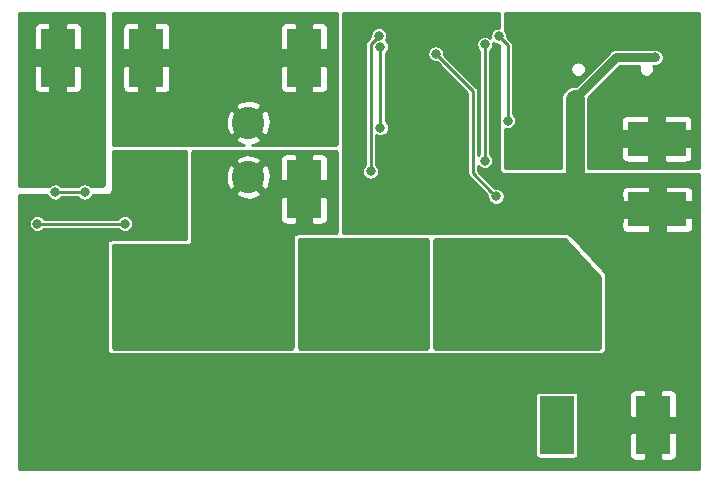
<source format=gbr>
G04 #@! TF.GenerationSoftware,KiCad,Pcbnew,(5.1.5)-3*
G04 #@! TF.CreationDate,2020-06-11T09:31:08-05:00*
G04 #@! TF.ProjectId,Li-ion 5A Boost 1A Charge Protect,4c692d69-6f6e-4203-9541-20426f6f7374,rev?*
G04 #@! TF.SameCoordinates,Original*
G04 #@! TF.FileFunction,Copper,L2,Bot*
G04 #@! TF.FilePolarity,Positive*
%FSLAX46Y46*%
G04 Gerber Fmt 4.6, Leading zero omitted, Abs format (unit mm)*
G04 Created by KiCad (PCBNEW (5.1.5)-3) date 2020-06-11 09:31:08*
%MOMM*%
%LPD*%
G04 APERTURE LIST*
%ADD10R,3.000000X5.000000*%
%ADD11R,5.000000X3.000000*%
%ADD12C,2.750000*%
%ADD13C,1.000000*%
%ADD14C,0.800000*%
%ADD15C,0.250000*%
%ADD16C,0.800000*%
%ADD17C,1.600000*%
%ADD18C,0.254000*%
G04 APERTURE END LIST*
D10*
X169900000Y-87105000D03*
X161750000Y-87105000D03*
X119500000Y-56000000D03*
X140350000Y-56000000D03*
X140350000Y-67100000D03*
X127000000Y-56000000D03*
D11*
X170250000Y-68850000D03*
X170200000Y-62850000D03*
D12*
X135610000Y-61500000D03*
X135610000Y-66100000D03*
D13*
X121500000Y-60250000D03*
X121500000Y-64750000D03*
X117750000Y-64750000D03*
X117750000Y-60250000D03*
X133500000Y-56000000D03*
X166440000Y-53980000D03*
X159040000Y-53980000D03*
X160310000Y-63990000D03*
X166250000Y-59500000D03*
X166250000Y-65000000D03*
D14*
X145980000Y-65610000D03*
X146673897Y-54122449D03*
D13*
X118000000Y-89260000D03*
D14*
X131925000Y-88000000D03*
X138625000Y-83900000D03*
X148800000Y-84950000D03*
X146411000Y-88889000D03*
D13*
X167490000Y-73500000D03*
X172500000Y-73500000D03*
X172500000Y-81580000D03*
X167490000Y-81580000D03*
D14*
X155150002Y-53180000D03*
X153200000Y-65630000D03*
X147990000Y-65630000D03*
D13*
X122000000Y-73500000D03*
X118000000Y-73500000D03*
X118000000Y-79850000D03*
X122000000Y-79850000D03*
D14*
X170080000Y-55979999D03*
D13*
X118000000Y-84555000D03*
D14*
X151199999Y-59020000D03*
D13*
X163250000Y-59500000D03*
D14*
X151500000Y-55670000D03*
X156600000Y-67729999D03*
X156830000Y-54170000D03*
X157580000Y-61330000D03*
X155649998Y-64720000D03*
X155650000Y-54867411D03*
D13*
X126480000Y-79850000D03*
X126480000Y-73500000D03*
X136330000Y-73470000D03*
X138500000Y-79850000D03*
X141250000Y-73500000D03*
X148250000Y-73500000D03*
X141250000Y-79850000D03*
X148250000Y-79500000D03*
D14*
X152750000Y-76750000D03*
X152750000Y-74750000D03*
D13*
X163000000Y-79850000D03*
X163000000Y-73500000D03*
X158750000Y-73500000D03*
X158750000Y-79850000D03*
D14*
X146810000Y-55070000D03*
X146810002Y-61940000D03*
X121775000Y-67375000D03*
X119260000Y-67370000D03*
X117750000Y-70050000D03*
X125149996Y-70050000D03*
D15*
X145980000Y-65610000D02*
X145980000Y-54816346D01*
X145980000Y-54816346D02*
X146673897Y-54122449D01*
D16*
X163749999Y-59000001D02*
X163250000Y-59500000D01*
D17*
X163250000Y-60207106D02*
X163250000Y-59500000D01*
X163240000Y-66500000D02*
X163250000Y-66490000D01*
D16*
X170080000Y-55979999D02*
X166770001Y-55979999D01*
D17*
X163250000Y-66490000D02*
X163250000Y-60207106D01*
D16*
X166770001Y-55979999D02*
X163749999Y-59000001D01*
D15*
X151500000Y-55670000D02*
X154630000Y-58800000D01*
X156200001Y-67330000D02*
X156600000Y-67729999D01*
X154630000Y-65759999D02*
X156200001Y-67330000D01*
X154630000Y-58800000D02*
X154630000Y-65759999D01*
X157580000Y-54920000D02*
X157580000Y-61330000D01*
X156830000Y-54170000D02*
X157580000Y-54920000D01*
X155649998Y-54867413D02*
X155650000Y-54867411D01*
X155649998Y-64720000D02*
X155649998Y-54867413D01*
X146810000Y-61939998D02*
X146810002Y-61940000D01*
X146810000Y-55070000D02*
X146810000Y-61939998D01*
X121775000Y-67375000D02*
X119265000Y-67375000D01*
X119265000Y-67375000D02*
X119260000Y-67370000D01*
X117780000Y-70080000D02*
X117750000Y-70050000D01*
X125149996Y-70050000D02*
X125119996Y-70080000D01*
X125119996Y-70080000D02*
X117780000Y-70080000D01*
D18*
G36*
X173822999Y-65373000D02*
G01*
X164377000Y-65373000D01*
X164377000Y-64350000D01*
X167170450Y-64350000D01*
X167180625Y-64453310D01*
X167210760Y-64552650D01*
X167259695Y-64644202D01*
X167325552Y-64724448D01*
X167405798Y-64790305D01*
X167497350Y-64839240D01*
X167596690Y-64869375D01*
X167700000Y-64879550D01*
X169445250Y-64877000D01*
X169577000Y-64745250D01*
X169577000Y-63473000D01*
X170823000Y-63473000D01*
X170823000Y-64745250D01*
X170954750Y-64877000D01*
X172700000Y-64879550D01*
X172803310Y-64869375D01*
X172902650Y-64839240D01*
X172994202Y-64790305D01*
X173074448Y-64724448D01*
X173140305Y-64644202D01*
X173189240Y-64552650D01*
X173219375Y-64453310D01*
X173229550Y-64350000D01*
X173227000Y-63604750D01*
X173095250Y-63473000D01*
X170823000Y-63473000D01*
X169577000Y-63473000D01*
X167304750Y-63473000D01*
X167173000Y-63604750D01*
X167170450Y-64350000D01*
X164377000Y-64350000D01*
X164377000Y-61350000D01*
X167170450Y-61350000D01*
X167173000Y-62095250D01*
X167304750Y-62227000D01*
X169577000Y-62227000D01*
X169577000Y-60954750D01*
X170823000Y-60954750D01*
X170823000Y-62227000D01*
X173095250Y-62227000D01*
X173227000Y-62095250D01*
X173229550Y-61350000D01*
X173219375Y-61246690D01*
X173189240Y-61147350D01*
X173140305Y-61055798D01*
X173074448Y-60975552D01*
X172994202Y-60909695D01*
X172902650Y-60860760D01*
X172803310Y-60830625D01*
X172700000Y-60820450D01*
X170954750Y-60823000D01*
X170823000Y-60954750D01*
X169577000Y-60954750D01*
X169445250Y-60823000D01*
X167700000Y-60820450D01*
X167596690Y-60830625D01*
X167497350Y-60860760D01*
X167405798Y-60909695D01*
X167325552Y-60975552D01*
X167259695Y-61055798D01*
X167210760Y-61147350D01*
X167180625Y-61246690D01*
X167170450Y-61350000D01*
X164377000Y-61350000D01*
X164377000Y-59444636D01*
X164373099Y-59405033D01*
X167071135Y-56706999D01*
X168733219Y-56706999D01*
X168703056Y-56779819D01*
X168678000Y-56905784D01*
X168678000Y-57034216D01*
X168703056Y-57160181D01*
X168752205Y-57278838D01*
X168823558Y-57385626D01*
X168914374Y-57476442D01*
X169021162Y-57547795D01*
X169139819Y-57596944D01*
X169265784Y-57622000D01*
X169394216Y-57622000D01*
X169520181Y-57596944D01*
X169638838Y-57547795D01*
X169745626Y-57476442D01*
X169836442Y-57385626D01*
X169907795Y-57278838D01*
X169956944Y-57160181D01*
X169982000Y-57034216D01*
X169982000Y-56905784D01*
X169956944Y-56779819D01*
X169926781Y-56706999D01*
X170151603Y-56706999D01*
X170186810Y-56699996D01*
X170222517Y-56696479D01*
X170256851Y-56686064D01*
X170292058Y-56679061D01*
X170325220Y-56665325D01*
X170359557Y-56654909D01*
X170391203Y-56637994D01*
X170424364Y-56624258D01*
X170454210Y-56604316D01*
X170485853Y-56587402D01*
X170513588Y-56564641D01*
X170543436Y-56544697D01*
X170568817Y-56519316D01*
X170596554Y-56496553D01*
X170619317Y-56468816D01*
X170644698Y-56443435D01*
X170664642Y-56413587D01*
X170687403Y-56385852D01*
X170704317Y-56354209D01*
X170724259Y-56324363D01*
X170737995Y-56291202D01*
X170754910Y-56259556D01*
X170765326Y-56225219D01*
X170779062Y-56192057D01*
X170786065Y-56156850D01*
X170796480Y-56122516D01*
X170799997Y-56086809D01*
X170807000Y-56051602D01*
X170807000Y-56015707D01*
X170810517Y-55979999D01*
X170807000Y-55944291D01*
X170807000Y-55908396D01*
X170799997Y-55873189D01*
X170796480Y-55837482D01*
X170786065Y-55803148D01*
X170779062Y-55767941D01*
X170765326Y-55734779D01*
X170754910Y-55700442D01*
X170737995Y-55668796D01*
X170724259Y-55635635D01*
X170704317Y-55605789D01*
X170687403Y-55574146D01*
X170664642Y-55546411D01*
X170644698Y-55516563D01*
X170619317Y-55491182D01*
X170596554Y-55463445D01*
X170568817Y-55440682D01*
X170543436Y-55415301D01*
X170513588Y-55395357D01*
X170485853Y-55372596D01*
X170454210Y-55355682D01*
X170424364Y-55335740D01*
X170391203Y-55322004D01*
X170359557Y-55305089D01*
X170325220Y-55294673D01*
X170292058Y-55280937D01*
X170256851Y-55273934D01*
X170222517Y-55263519D01*
X170186810Y-55260002D01*
X170151603Y-55252999D01*
X166805709Y-55252999D01*
X166770001Y-55249482D01*
X166627483Y-55263519D01*
X166514994Y-55297642D01*
X166490444Y-55305089D01*
X166364148Y-55372596D01*
X166253447Y-55463445D01*
X166230684Y-55491182D01*
X163344967Y-58376901D01*
X163250000Y-58367547D01*
X163029070Y-58389307D01*
X162816630Y-58453750D01*
X162620844Y-58558400D01*
X162449236Y-58699235D01*
X162308401Y-58870843D01*
X162203751Y-59066629D01*
X162139307Y-59279069D01*
X162123000Y-59444635D01*
X162123000Y-60262470D01*
X162123001Y-60262480D01*
X162123000Y-65373000D01*
X157512509Y-65373000D01*
X157453881Y-65361338D01*
X157414785Y-65335215D01*
X157388662Y-65296119D01*
X157377000Y-65237491D01*
X157377000Y-62030864D01*
X157508397Y-62057000D01*
X157651603Y-62057000D01*
X157792058Y-62029062D01*
X157924364Y-61974259D01*
X158043436Y-61894698D01*
X158144698Y-61793436D01*
X158224259Y-61674364D01*
X158279062Y-61542058D01*
X158307000Y-61401603D01*
X158307000Y-61258397D01*
X158279062Y-61117942D01*
X158224259Y-60985636D01*
X158144698Y-60866564D01*
X158043436Y-60765302D01*
X158032000Y-60757661D01*
X158032000Y-56905784D01*
X162898000Y-56905784D01*
X162898000Y-57034216D01*
X162923056Y-57160181D01*
X162972205Y-57278838D01*
X163043558Y-57385626D01*
X163134374Y-57476442D01*
X163241162Y-57547795D01*
X163359819Y-57596944D01*
X163485784Y-57622000D01*
X163614216Y-57622000D01*
X163740181Y-57596944D01*
X163858838Y-57547795D01*
X163965626Y-57476442D01*
X164056442Y-57385626D01*
X164127795Y-57278838D01*
X164176944Y-57160181D01*
X164202000Y-57034216D01*
X164202000Y-56905784D01*
X164176944Y-56779819D01*
X164127795Y-56661162D01*
X164056442Y-56554374D01*
X163965626Y-56463558D01*
X163858838Y-56392205D01*
X163740181Y-56343056D01*
X163614216Y-56318000D01*
X163485784Y-56318000D01*
X163359819Y-56343056D01*
X163241162Y-56392205D01*
X163134374Y-56463558D01*
X163043558Y-56554374D01*
X162972205Y-56661162D01*
X162923056Y-56779819D01*
X162898000Y-56905784D01*
X158032000Y-56905784D01*
X158032000Y-54942204D01*
X158034187Y-54919999D01*
X158025460Y-54831392D01*
X157999614Y-54746190D01*
X157993471Y-54734698D01*
X157957643Y-54667667D01*
X157901159Y-54598841D01*
X157883911Y-54584686D01*
X157554317Y-54255093D01*
X157557000Y-54241603D01*
X157557000Y-54098397D01*
X157529062Y-53957942D01*
X157474259Y-53825636D01*
X157394698Y-53706564D01*
X157377000Y-53688866D01*
X157377000Y-52177001D01*
X173822999Y-52177001D01*
X173822999Y-65373000D01*
G37*
X173822999Y-65373000D02*
X164377000Y-65373000D01*
X164377000Y-64350000D01*
X167170450Y-64350000D01*
X167180625Y-64453310D01*
X167210760Y-64552650D01*
X167259695Y-64644202D01*
X167325552Y-64724448D01*
X167405798Y-64790305D01*
X167497350Y-64839240D01*
X167596690Y-64869375D01*
X167700000Y-64879550D01*
X169445250Y-64877000D01*
X169577000Y-64745250D01*
X169577000Y-63473000D01*
X170823000Y-63473000D01*
X170823000Y-64745250D01*
X170954750Y-64877000D01*
X172700000Y-64879550D01*
X172803310Y-64869375D01*
X172902650Y-64839240D01*
X172994202Y-64790305D01*
X173074448Y-64724448D01*
X173140305Y-64644202D01*
X173189240Y-64552650D01*
X173219375Y-64453310D01*
X173229550Y-64350000D01*
X173227000Y-63604750D01*
X173095250Y-63473000D01*
X170823000Y-63473000D01*
X169577000Y-63473000D01*
X167304750Y-63473000D01*
X167173000Y-63604750D01*
X167170450Y-64350000D01*
X164377000Y-64350000D01*
X164377000Y-61350000D01*
X167170450Y-61350000D01*
X167173000Y-62095250D01*
X167304750Y-62227000D01*
X169577000Y-62227000D01*
X169577000Y-60954750D01*
X170823000Y-60954750D01*
X170823000Y-62227000D01*
X173095250Y-62227000D01*
X173227000Y-62095250D01*
X173229550Y-61350000D01*
X173219375Y-61246690D01*
X173189240Y-61147350D01*
X173140305Y-61055798D01*
X173074448Y-60975552D01*
X172994202Y-60909695D01*
X172902650Y-60860760D01*
X172803310Y-60830625D01*
X172700000Y-60820450D01*
X170954750Y-60823000D01*
X170823000Y-60954750D01*
X169577000Y-60954750D01*
X169445250Y-60823000D01*
X167700000Y-60820450D01*
X167596690Y-60830625D01*
X167497350Y-60860760D01*
X167405798Y-60909695D01*
X167325552Y-60975552D01*
X167259695Y-61055798D01*
X167210760Y-61147350D01*
X167180625Y-61246690D01*
X167170450Y-61350000D01*
X164377000Y-61350000D01*
X164377000Y-59444636D01*
X164373099Y-59405033D01*
X167071135Y-56706999D01*
X168733219Y-56706999D01*
X168703056Y-56779819D01*
X168678000Y-56905784D01*
X168678000Y-57034216D01*
X168703056Y-57160181D01*
X168752205Y-57278838D01*
X168823558Y-57385626D01*
X168914374Y-57476442D01*
X169021162Y-57547795D01*
X169139819Y-57596944D01*
X169265784Y-57622000D01*
X169394216Y-57622000D01*
X169520181Y-57596944D01*
X169638838Y-57547795D01*
X169745626Y-57476442D01*
X169836442Y-57385626D01*
X169907795Y-57278838D01*
X169956944Y-57160181D01*
X169982000Y-57034216D01*
X169982000Y-56905784D01*
X169956944Y-56779819D01*
X169926781Y-56706999D01*
X170151603Y-56706999D01*
X170186810Y-56699996D01*
X170222517Y-56696479D01*
X170256851Y-56686064D01*
X170292058Y-56679061D01*
X170325220Y-56665325D01*
X170359557Y-56654909D01*
X170391203Y-56637994D01*
X170424364Y-56624258D01*
X170454210Y-56604316D01*
X170485853Y-56587402D01*
X170513588Y-56564641D01*
X170543436Y-56544697D01*
X170568817Y-56519316D01*
X170596554Y-56496553D01*
X170619317Y-56468816D01*
X170644698Y-56443435D01*
X170664642Y-56413587D01*
X170687403Y-56385852D01*
X170704317Y-56354209D01*
X170724259Y-56324363D01*
X170737995Y-56291202D01*
X170754910Y-56259556D01*
X170765326Y-56225219D01*
X170779062Y-56192057D01*
X170786065Y-56156850D01*
X170796480Y-56122516D01*
X170799997Y-56086809D01*
X170807000Y-56051602D01*
X170807000Y-56015707D01*
X170810517Y-55979999D01*
X170807000Y-55944291D01*
X170807000Y-55908396D01*
X170799997Y-55873189D01*
X170796480Y-55837482D01*
X170786065Y-55803148D01*
X170779062Y-55767941D01*
X170765326Y-55734779D01*
X170754910Y-55700442D01*
X170737995Y-55668796D01*
X170724259Y-55635635D01*
X170704317Y-55605789D01*
X170687403Y-55574146D01*
X170664642Y-55546411D01*
X170644698Y-55516563D01*
X170619317Y-55491182D01*
X170596554Y-55463445D01*
X170568817Y-55440682D01*
X170543436Y-55415301D01*
X170513588Y-55395357D01*
X170485853Y-55372596D01*
X170454210Y-55355682D01*
X170424364Y-55335740D01*
X170391203Y-55322004D01*
X170359557Y-55305089D01*
X170325220Y-55294673D01*
X170292058Y-55280937D01*
X170256851Y-55273934D01*
X170222517Y-55263519D01*
X170186810Y-55260002D01*
X170151603Y-55252999D01*
X166805709Y-55252999D01*
X166770001Y-55249482D01*
X166627483Y-55263519D01*
X166514994Y-55297642D01*
X166490444Y-55305089D01*
X166364148Y-55372596D01*
X166253447Y-55463445D01*
X166230684Y-55491182D01*
X163344967Y-58376901D01*
X163250000Y-58367547D01*
X163029070Y-58389307D01*
X162816630Y-58453750D01*
X162620844Y-58558400D01*
X162449236Y-58699235D01*
X162308401Y-58870843D01*
X162203751Y-59066629D01*
X162139307Y-59279069D01*
X162123000Y-59444635D01*
X162123000Y-60262470D01*
X162123001Y-60262480D01*
X162123000Y-65373000D01*
X157512509Y-65373000D01*
X157453881Y-65361338D01*
X157414785Y-65335215D01*
X157388662Y-65296119D01*
X157377000Y-65237491D01*
X157377000Y-62030864D01*
X157508397Y-62057000D01*
X157651603Y-62057000D01*
X157792058Y-62029062D01*
X157924364Y-61974259D01*
X158043436Y-61894698D01*
X158144698Y-61793436D01*
X158224259Y-61674364D01*
X158279062Y-61542058D01*
X158307000Y-61401603D01*
X158307000Y-61258397D01*
X158279062Y-61117942D01*
X158224259Y-60985636D01*
X158144698Y-60866564D01*
X158043436Y-60765302D01*
X158032000Y-60757661D01*
X158032000Y-56905784D01*
X162898000Y-56905784D01*
X162898000Y-57034216D01*
X162923056Y-57160181D01*
X162972205Y-57278838D01*
X163043558Y-57385626D01*
X163134374Y-57476442D01*
X163241162Y-57547795D01*
X163359819Y-57596944D01*
X163485784Y-57622000D01*
X163614216Y-57622000D01*
X163740181Y-57596944D01*
X163858838Y-57547795D01*
X163965626Y-57476442D01*
X164056442Y-57385626D01*
X164127795Y-57278838D01*
X164176944Y-57160181D01*
X164202000Y-57034216D01*
X164202000Y-56905784D01*
X164176944Y-56779819D01*
X164127795Y-56661162D01*
X164056442Y-56554374D01*
X163965626Y-56463558D01*
X163858838Y-56392205D01*
X163740181Y-56343056D01*
X163614216Y-56318000D01*
X163485784Y-56318000D01*
X163359819Y-56343056D01*
X163241162Y-56392205D01*
X163134374Y-56463558D01*
X163043558Y-56554374D01*
X162972205Y-56661162D01*
X162923056Y-56779819D01*
X162898000Y-56905784D01*
X158032000Y-56905784D01*
X158032000Y-54942204D01*
X158034187Y-54919999D01*
X158025460Y-54831392D01*
X157999614Y-54746190D01*
X157993471Y-54734698D01*
X157957643Y-54667667D01*
X157901159Y-54598841D01*
X157883911Y-54584686D01*
X157554317Y-54255093D01*
X157557000Y-54241603D01*
X157557000Y-54098397D01*
X157529062Y-53957942D01*
X157474259Y-53825636D01*
X157394698Y-53706564D01*
X157377000Y-53688866D01*
X157377000Y-52177001D01*
X173822999Y-52177001D01*
X173822999Y-65373000D01*
G36*
X143046119Y-63888662D02*
G01*
X143085215Y-63914785D01*
X143111338Y-63953881D01*
X143123000Y-64012509D01*
X143123000Y-70737491D01*
X143111338Y-70796119D01*
X143085215Y-70835215D01*
X143046119Y-70861338D01*
X142987491Y-70873000D01*
X139750000Y-70873000D01*
X139725224Y-70875440D01*
X139629553Y-70894470D01*
X139605728Y-70901697D01*
X139583772Y-70913433D01*
X139502666Y-70967626D01*
X139483421Y-70983420D01*
X139467626Y-71002666D01*
X139413433Y-71083772D01*
X139401697Y-71105729D01*
X139394470Y-71129553D01*
X139375440Y-71225224D01*
X139373000Y-71250000D01*
X139373000Y-80487491D01*
X139361338Y-80546119D01*
X139335215Y-80585215D01*
X139296119Y-80611338D01*
X139237491Y-80623000D01*
X124262509Y-80623000D01*
X124203881Y-80611338D01*
X124164785Y-80585215D01*
X124138662Y-80546119D01*
X124127000Y-80487491D01*
X124127000Y-72012509D01*
X124138662Y-71953881D01*
X124164785Y-71914785D01*
X124203881Y-71888662D01*
X124262509Y-71877000D01*
X130500000Y-71877000D01*
X130524776Y-71874560D01*
X130620447Y-71855530D01*
X130644272Y-71848303D01*
X130666228Y-71836567D01*
X130747334Y-71782374D01*
X130766579Y-71766580D01*
X130782374Y-71747334D01*
X130836567Y-71666228D01*
X130848303Y-71644271D01*
X130855530Y-71620447D01*
X130874560Y-71524776D01*
X130877000Y-71500000D01*
X130877000Y-69600000D01*
X138320450Y-69600000D01*
X138330625Y-69703310D01*
X138360760Y-69802650D01*
X138409695Y-69894202D01*
X138475552Y-69974448D01*
X138555798Y-70040305D01*
X138647350Y-70089240D01*
X138746690Y-70119375D01*
X138850000Y-70129550D01*
X139595250Y-70127000D01*
X139727000Y-69995250D01*
X139727000Y-67723000D01*
X140973000Y-67723000D01*
X140973000Y-69995250D01*
X141104750Y-70127000D01*
X141850000Y-70129550D01*
X141953310Y-70119375D01*
X142052650Y-70089240D01*
X142144202Y-70040305D01*
X142224448Y-69974448D01*
X142290305Y-69894202D01*
X142339240Y-69802650D01*
X142369375Y-69703310D01*
X142379550Y-69600000D01*
X142377000Y-67854750D01*
X142245250Y-67723000D01*
X140973000Y-67723000D01*
X139727000Y-67723000D01*
X138454750Y-67723000D01*
X138323000Y-67854750D01*
X138320450Y-69600000D01*
X130877000Y-69600000D01*
X130877000Y-67474632D01*
X134480027Y-67474632D01*
X134631195Y-67741535D01*
X134970251Y-67900949D01*
X135333891Y-67991152D01*
X135708142Y-68008681D01*
X136078622Y-67952859D01*
X136431092Y-67825834D01*
X136588805Y-67741535D01*
X136739973Y-67474632D01*
X135610000Y-66344659D01*
X134480027Y-67474632D01*
X130877000Y-67474632D01*
X130877000Y-66198142D01*
X133701319Y-66198142D01*
X133757141Y-66568622D01*
X133884166Y-66921092D01*
X133968465Y-67078805D01*
X134235368Y-67229973D01*
X135365341Y-66100000D01*
X135854659Y-66100000D01*
X136984632Y-67229973D01*
X137251535Y-67078805D01*
X137410949Y-66739749D01*
X137501152Y-66376109D01*
X137518681Y-66001858D01*
X137462859Y-65631378D01*
X137335834Y-65278908D01*
X137251535Y-65121195D01*
X136984632Y-64970027D01*
X135854659Y-66100000D01*
X135365341Y-66100000D01*
X134235368Y-64970027D01*
X133968465Y-65121195D01*
X133809051Y-65460251D01*
X133718848Y-65823891D01*
X133701319Y-66198142D01*
X130877000Y-66198142D01*
X130877000Y-64725368D01*
X134480027Y-64725368D01*
X135610000Y-65855341D01*
X136739973Y-64725368D01*
X136668968Y-64600000D01*
X138320450Y-64600000D01*
X138323000Y-66345250D01*
X138454750Y-66477000D01*
X139727000Y-66477000D01*
X139727000Y-64204750D01*
X140973000Y-64204750D01*
X140973000Y-66477000D01*
X142245250Y-66477000D01*
X142377000Y-66345250D01*
X142379550Y-64600000D01*
X142369375Y-64496690D01*
X142339240Y-64397350D01*
X142290305Y-64305798D01*
X142224448Y-64225552D01*
X142144202Y-64159695D01*
X142052650Y-64110760D01*
X141953310Y-64080625D01*
X141850000Y-64070450D01*
X141104750Y-64073000D01*
X140973000Y-64204750D01*
X139727000Y-64204750D01*
X139595250Y-64073000D01*
X138850000Y-64070450D01*
X138746690Y-64080625D01*
X138647350Y-64110760D01*
X138555798Y-64159695D01*
X138475552Y-64225552D01*
X138409695Y-64305798D01*
X138360760Y-64397350D01*
X138330625Y-64496690D01*
X138320450Y-64600000D01*
X136668968Y-64600000D01*
X136588805Y-64458465D01*
X136249749Y-64299051D01*
X135886109Y-64208848D01*
X135511858Y-64191319D01*
X135141378Y-64247141D01*
X134788908Y-64374166D01*
X134631195Y-64458465D01*
X134480027Y-64725368D01*
X130877000Y-64725368D01*
X130877000Y-64012509D01*
X130888662Y-63953881D01*
X130914785Y-63914785D01*
X130953881Y-63888662D01*
X131012509Y-63877000D01*
X142987491Y-63877000D01*
X143046119Y-63888662D01*
G37*
X143046119Y-63888662D02*
X143085215Y-63914785D01*
X143111338Y-63953881D01*
X143123000Y-64012509D01*
X143123000Y-70737491D01*
X143111338Y-70796119D01*
X143085215Y-70835215D01*
X143046119Y-70861338D01*
X142987491Y-70873000D01*
X139750000Y-70873000D01*
X139725224Y-70875440D01*
X139629553Y-70894470D01*
X139605728Y-70901697D01*
X139583772Y-70913433D01*
X139502666Y-70967626D01*
X139483421Y-70983420D01*
X139467626Y-71002666D01*
X139413433Y-71083772D01*
X139401697Y-71105729D01*
X139394470Y-71129553D01*
X139375440Y-71225224D01*
X139373000Y-71250000D01*
X139373000Y-80487491D01*
X139361338Y-80546119D01*
X139335215Y-80585215D01*
X139296119Y-80611338D01*
X139237491Y-80623000D01*
X124262509Y-80623000D01*
X124203881Y-80611338D01*
X124164785Y-80585215D01*
X124138662Y-80546119D01*
X124127000Y-80487491D01*
X124127000Y-72012509D01*
X124138662Y-71953881D01*
X124164785Y-71914785D01*
X124203881Y-71888662D01*
X124262509Y-71877000D01*
X130500000Y-71877000D01*
X130524776Y-71874560D01*
X130620447Y-71855530D01*
X130644272Y-71848303D01*
X130666228Y-71836567D01*
X130747334Y-71782374D01*
X130766579Y-71766580D01*
X130782374Y-71747334D01*
X130836567Y-71666228D01*
X130848303Y-71644271D01*
X130855530Y-71620447D01*
X130874560Y-71524776D01*
X130877000Y-71500000D01*
X130877000Y-69600000D01*
X138320450Y-69600000D01*
X138330625Y-69703310D01*
X138360760Y-69802650D01*
X138409695Y-69894202D01*
X138475552Y-69974448D01*
X138555798Y-70040305D01*
X138647350Y-70089240D01*
X138746690Y-70119375D01*
X138850000Y-70129550D01*
X139595250Y-70127000D01*
X139727000Y-69995250D01*
X139727000Y-67723000D01*
X140973000Y-67723000D01*
X140973000Y-69995250D01*
X141104750Y-70127000D01*
X141850000Y-70129550D01*
X141953310Y-70119375D01*
X142052650Y-70089240D01*
X142144202Y-70040305D01*
X142224448Y-69974448D01*
X142290305Y-69894202D01*
X142339240Y-69802650D01*
X142369375Y-69703310D01*
X142379550Y-69600000D01*
X142377000Y-67854750D01*
X142245250Y-67723000D01*
X140973000Y-67723000D01*
X139727000Y-67723000D01*
X138454750Y-67723000D01*
X138323000Y-67854750D01*
X138320450Y-69600000D01*
X130877000Y-69600000D01*
X130877000Y-67474632D01*
X134480027Y-67474632D01*
X134631195Y-67741535D01*
X134970251Y-67900949D01*
X135333891Y-67991152D01*
X135708142Y-68008681D01*
X136078622Y-67952859D01*
X136431092Y-67825834D01*
X136588805Y-67741535D01*
X136739973Y-67474632D01*
X135610000Y-66344659D01*
X134480027Y-67474632D01*
X130877000Y-67474632D01*
X130877000Y-66198142D01*
X133701319Y-66198142D01*
X133757141Y-66568622D01*
X133884166Y-66921092D01*
X133968465Y-67078805D01*
X134235368Y-67229973D01*
X135365341Y-66100000D01*
X135854659Y-66100000D01*
X136984632Y-67229973D01*
X137251535Y-67078805D01*
X137410949Y-66739749D01*
X137501152Y-66376109D01*
X137518681Y-66001858D01*
X137462859Y-65631378D01*
X137335834Y-65278908D01*
X137251535Y-65121195D01*
X136984632Y-64970027D01*
X135854659Y-66100000D01*
X135365341Y-66100000D01*
X134235368Y-64970027D01*
X133968465Y-65121195D01*
X133809051Y-65460251D01*
X133718848Y-65823891D01*
X133701319Y-66198142D01*
X130877000Y-66198142D01*
X130877000Y-64725368D01*
X134480027Y-64725368D01*
X135610000Y-65855341D01*
X136739973Y-64725368D01*
X136668968Y-64600000D01*
X138320450Y-64600000D01*
X138323000Y-66345250D01*
X138454750Y-66477000D01*
X139727000Y-66477000D01*
X139727000Y-64204750D01*
X140973000Y-64204750D01*
X140973000Y-66477000D01*
X142245250Y-66477000D01*
X142377000Y-66345250D01*
X142379550Y-64600000D01*
X142369375Y-64496690D01*
X142339240Y-64397350D01*
X142290305Y-64305798D01*
X142224448Y-64225552D01*
X142144202Y-64159695D01*
X142052650Y-64110760D01*
X141953310Y-64080625D01*
X141850000Y-64070450D01*
X141104750Y-64073000D01*
X140973000Y-64204750D01*
X139727000Y-64204750D01*
X139595250Y-64073000D01*
X138850000Y-64070450D01*
X138746690Y-64080625D01*
X138647350Y-64110760D01*
X138555798Y-64159695D01*
X138475552Y-64225552D01*
X138409695Y-64305798D01*
X138360760Y-64397350D01*
X138330625Y-64496690D01*
X138320450Y-64600000D01*
X136668968Y-64600000D01*
X136588805Y-64458465D01*
X136249749Y-64299051D01*
X135886109Y-64208848D01*
X135511858Y-64191319D01*
X135141378Y-64247141D01*
X134788908Y-64374166D01*
X134631195Y-64458465D01*
X134480027Y-64725368D01*
X130877000Y-64725368D01*
X130877000Y-64012509D01*
X130888662Y-63953881D01*
X130914785Y-63914785D01*
X130953881Y-63888662D01*
X131012509Y-63877000D01*
X142987491Y-63877000D01*
X143046119Y-63888662D01*
G36*
X143123000Y-63237735D02*
G01*
X143111352Y-63296330D01*
X143085257Y-63335413D01*
X143046197Y-63361546D01*
X142987617Y-63373249D01*
X135898697Y-63379969D01*
X136078622Y-63352859D01*
X136431092Y-63225834D01*
X136588805Y-63141535D01*
X136739973Y-62874632D01*
X135610000Y-61744659D01*
X134480027Y-62874632D01*
X134631195Y-63141535D01*
X134970251Y-63300949D01*
X135291131Y-63380545D01*
X124262631Y-63391000D01*
X124203964Y-63379381D01*
X124164829Y-63353265D01*
X124138676Y-63314154D01*
X124127000Y-63255494D01*
X124127000Y-61598142D01*
X133701319Y-61598142D01*
X133757141Y-61968622D01*
X133884166Y-62321092D01*
X133968465Y-62478805D01*
X134235368Y-62629973D01*
X135365341Y-61500000D01*
X135854659Y-61500000D01*
X136984632Y-62629973D01*
X137251535Y-62478805D01*
X137410949Y-62139749D01*
X137501152Y-61776109D01*
X137518681Y-61401858D01*
X137462859Y-61031378D01*
X137335834Y-60678908D01*
X137251535Y-60521195D01*
X136984632Y-60370027D01*
X135854659Y-61500000D01*
X135365341Y-61500000D01*
X134235368Y-60370027D01*
X133968465Y-60521195D01*
X133809051Y-60860251D01*
X133718848Y-61223891D01*
X133701319Y-61598142D01*
X124127000Y-61598142D01*
X124127000Y-60125368D01*
X134480027Y-60125368D01*
X135610000Y-61255341D01*
X136739973Y-60125368D01*
X136588805Y-59858465D01*
X136249749Y-59699051D01*
X135886109Y-59608848D01*
X135511858Y-59591319D01*
X135141378Y-59647141D01*
X134788908Y-59774166D01*
X134631195Y-59858465D01*
X134480027Y-60125368D01*
X124127000Y-60125368D01*
X124127000Y-58500000D01*
X124970450Y-58500000D01*
X124980625Y-58603310D01*
X125010760Y-58702650D01*
X125059695Y-58794202D01*
X125125552Y-58874448D01*
X125205798Y-58940305D01*
X125297350Y-58989240D01*
X125396690Y-59019375D01*
X125500000Y-59029550D01*
X126245250Y-59027000D01*
X126377000Y-58895250D01*
X126377000Y-56623000D01*
X127623000Y-56623000D01*
X127623000Y-58895250D01*
X127754750Y-59027000D01*
X128500000Y-59029550D01*
X128603310Y-59019375D01*
X128702650Y-58989240D01*
X128794202Y-58940305D01*
X128874448Y-58874448D01*
X128940305Y-58794202D01*
X128989240Y-58702650D01*
X129019375Y-58603310D01*
X129029550Y-58500000D01*
X138320450Y-58500000D01*
X138330625Y-58603310D01*
X138360760Y-58702650D01*
X138409695Y-58794202D01*
X138475552Y-58874448D01*
X138555798Y-58940305D01*
X138647350Y-58989240D01*
X138746690Y-59019375D01*
X138850000Y-59029550D01*
X139595250Y-59027000D01*
X139727000Y-58895250D01*
X139727000Y-56623000D01*
X140973000Y-56623000D01*
X140973000Y-58895250D01*
X141104750Y-59027000D01*
X141850000Y-59029550D01*
X141953310Y-59019375D01*
X142052650Y-58989240D01*
X142144202Y-58940305D01*
X142224448Y-58874448D01*
X142290305Y-58794202D01*
X142339240Y-58702650D01*
X142369375Y-58603310D01*
X142379550Y-58500000D01*
X142377000Y-56754750D01*
X142245250Y-56623000D01*
X140973000Y-56623000D01*
X139727000Y-56623000D01*
X138454750Y-56623000D01*
X138323000Y-56754750D01*
X138320450Y-58500000D01*
X129029550Y-58500000D01*
X129027000Y-56754750D01*
X128895250Y-56623000D01*
X127623000Y-56623000D01*
X126377000Y-56623000D01*
X125104750Y-56623000D01*
X124973000Y-56754750D01*
X124970450Y-58500000D01*
X124127000Y-58500000D01*
X124127000Y-53500000D01*
X124970450Y-53500000D01*
X124973000Y-55245250D01*
X125104750Y-55377000D01*
X126377000Y-55377000D01*
X126377000Y-53104750D01*
X127623000Y-53104750D01*
X127623000Y-55377000D01*
X128895250Y-55377000D01*
X129027000Y-55245250D01*
X129029550Y-53500000D01*
X138320450Y-53500000D01*
X138323000Y-55245250D01*
X138454750Y-55377000D01*
X139727000Y-55377000D01*
X139727000Y-53104750D01*
X140973000Y-53104750D01*
X140973000Y-55377000D01*
X142245250Y-55377000D01*
X142377000Y-55245250D01*
X142379550Y-53500000D01*
X142369375Y-53396690D01*
X142339240Y-53297350D01*
X142290305Y-53205798D01*
X142224448Y-53125552D01*
X142144202Y-53059695D01*
X142052650Y-53010760D01*
X141953310Y-52980625D01*
X141850000Y-52970450D01*
X141104750Y-52973000D01*
X140973000Y-53104750D01*
X139727000Y-53104750D01*
X139595250Y-52973000D01*
X138850000Y-52970450D01*
X138746690Y-52980625D01*
X138647350Y-53010760D01*
X138555798Y-53059695D01*
X138475552Y-53125552D01*
X138409695Y-53205798D01*
X138360760Y-53297350D01*
X138330625Y-53396690D01*
X138320450Y-53500000D01*
X129029550Y-53500000D01*
X129019375Y-53396690D01*
X128989240Y-53297350D01*
X128940305Y-53205798D01*
X128874448Y-53125552D01*
X128794202Y-53059695D01*
X128702650Y-53010760D01*
X128603310Y-52980625D01*
X128500000Y-52970450D01*
X127754750Y-52973000D01*
X127623000Y-53104750D01*
X126377000Y-53104750D01*
X126245250Y-52973000D01*
X125500000Y-52970450D01*
X125396690Y-52980625D01*
X125297350Y-53010760D01*
X125205798Y-53059695D01*
X125125552Y-53125552D01*
X125059695Y-53205798D01*
X125010760Y-53297350D01*
X124980625Y-53396690D01*
X124970450Y-53500000D01*
X124127000Y-53500000D01*
X124127000Y-52177001D01*
X143123000Y-52177001D01*
X143123000Y-63237735D01*
G37*
X143123000Y-63237735D02*
X143111352Y-63296330D01*
X143085257Y-63335413D01*
X143046197Y-63361546D01*
X142987617Y-63373249D01*
X135898697Y-63379969D01*
X136078622Y-63352859D01*
X136431092Y-63225834D01*
X136588805Y-63141535D01*
X136739973Y-62874632D01*
X135610000Y-61744659D01*
X134480027Y-62874632D01*
X134631195Y-63141535D01*
X134970251Y-63300949D01*
X135291131Y-63380545D01*
X124262631Y-63391000D01*
X124203964Y-63379381D01*
X124164829Y-63353265D01*
X124138676Y-63314154D01*
X124127000Y-63255494D01*
X124127000Y-61598142D01*
X133701319Y-61598142D01*
X133757141Y-61968622D01*
X133884166Y-62321092D01*
X133968465Y-62478805D01*
X134235368Y-62629973D01*
X135365341Y-61500000D01*
X135854659Y-61500000D01*
X136984632Y-62629973D01*
X137251535Y-62478805D01*
X137410949Y-62139749D01*
X137501152Y-61776109D01*
X137518681Y-61401858D01*
X137462859Y-61031378D01*
X137335834Y-60678908D01*
X137251535Y-60521195D01*
X136984632Y-60370027D01*
X135854659Y-61500000D01*
X135365341Y-61500000D01*
X134235368Y-60370027D01*
X133968465Y-60521195D01*
X133809051Y-60860251D01*
X133718848Y-61223891D01*
X133701319Y-61598142D01*
X124127000Y-61598142D01*
X124127000Y-60125368D01*
X134480027Y-60125368D01*
X135610000Y-61255341D01*
X136739973Y-60125368D01*
X136588805Y-59858465D01*
X136249749Y-59699051D01*
X135886109Y-59608848D01*
X135511858Y-59591319D01*
X135141378Y-59647141D01*
X134788908Y-59774166D01*
X134631195Y-59858465D01*
X134480027Y-60125368D01*
X124127000Y-60125368D01*
X124127000Y-58500000D01*
X124970450Y-58500000D01*
X124980625Y-58603310D01*
X125010760Y-58702650D01*
X125059695Y-58794202D01*
X125125552Y-58874448D01*
X125205798Y-58940305D01*
X125297350Y-58989240D01*
X125396690Y-59019375D01*
X125500000Y-59029550D01*
X126245250Y-59027000D01*
X126377000Y-58895250D01*
X126377000Y-56623000D01*
X127623000Y-56623000D01*
X127623000Y-58895250D01*
X127754750Y-59027000D01*
X128500000Y-59029550D01*
X128603310Y-59019375D01*
X128702650Y-58989240D01*
X128794202Y-58940305D01*
X128874448Y-58874448D01*
X128940305Y-58794202D01*
X128989240Y-58702650D01*
X129019375Y-58603310D01*
X129029550Y-58500000D01*
X138320450Y-58500000D01*
X138330625Y-58603310D01*
X138360760Y-58702650D01*
X138409695Y-58794202D01*
X138475552Y-58874448D01*
X138555798Y-58940305D01*
X138647350Y-58989240D01*
X138746690Y-59019375D01*
X138850000Y-59029550D01*
X139595250Y-59027000D01*
X139727000Y-58895250D01*
X139727000Y-56623000D01*
X140973000Y-56623000D01*
X140973000Y-58895250D01*
X141104750Y-59027000D01*
X141850000Y-59029550D01*
X141953310Y-59019375D01*
X142052650Y-58989240D01*
X142144202Y-58940305D01*
X142224448Y-58874448D01*
X142290305Y-58794202D01*
X142339240Y-58702650D01*
X142369375Y-58603310D01*
X142379550Y-58500000D01*
X142377000Y-56754750D01*
X142245250Y-56623000D01*
X140973000Y-56623000D01*
X139727000Y-56623000D01*
X138454750Y-56623000D01*
X138323000Y-56754750D01*
X138320450Y-58500000D01*
X129029550Y-58500000D01*
X129027000Y-56754750D01*
X128895250Y-56623000D01*
X127623000Y-56623000D01*
X126377000Y-56623000D01*
X125104750Y-56623000D01*
X124973000Y-56754750D01*
X124970450Y-58500000D01*
X124127000Y-58500000D01*
X124127000Y-53500000D01*
X124970450Y-53500000D01*
X124973000Y-55245250D01*
X125104750Y-55377000D01*
X126377000Y-55377000D01*
X126377000Y-53104750D01*
X127623000Y-53104750D01*
X127623000Y-55377000D01*
X128895250Y-55377000D01*
X129027000Y-55245250D01*
X129029550Y-53500000D01*
X138320450Y-53500000D01*
X138323000Y-55245250D01*
X138454750Y-55377000D01*
X139727000Y-55377000D01*
X139727000Y-53104750D01*
X140973000Y-53104750D01*
X140973000Y-55377000D01*
X142245250Y-55377000D01*
X142377000Y-55245250D01*
X142379550Y-53500000D01*
X142369375Y-53396690D01*
X142339240Y-53297350D01*
X142290305Y-53205798D01*
X142224448Y-53125552D01*
X142144202Y-53059695D01*
X142052650Y-53010760D01*
X141953310Y-52980625D01*
X141850000Y-52970450D01*
X141104750Y-52973000D01*
X140973000Y-53104750D01*
X139727000Y-53104750D01*
X139595250Y-52973000D01*
X138850000Y-52970450D01*
X138746690Y-52980625D01*
X138647350Y-53010760D01*
X138555798Y-53059695D01*
X138475552Y-53125552D01*
X138409695Y-53205798D01*
X138360760Y-53297350D01*
X138330625Y-53396690D01*
X138320450Y-53500000D01*
X129029550Y-53500000D01*
X129019375Y-53396690D01*
X128989240Y-53297350D01*
X128940305Y-53205798D01*
X128874448Y-53125552D01*
X128794202Y-53059695D01*
X128702650Y-53010760D01*
X128603310Y-52980625D01*
X128500000Y-52970450D01*
X127754750Y-52973000D01*
X127623000Y-53104750D01*
X126377000Y-53104750D01*
X126245250Y-52973000D01*
X125500000Y-52970450D01*
X125396690Y-52980625D01*
X125297350Y-53010760D01*
X125205798Y-53059695D01*
X125125552Y-53125552D01*
X125059695Y-53205798D01*
X125010760Y-53297350D01*
X124980625Y-53396690D01*
X124970450Y-53500000D01*
X124127000Y-53500000D01*
X124127000Y-52177001D01*
X143123000Y-52177001D01*
X143123000Y-63237735D01*
G36*
X123373000Y-66737632D02*
G01*
X123361347Y-66796237D01*
X123335239Y-66835327D01*
X123296163Y-66861456D01*
X123237564Y-66873141D01*
X122301777Y-66873643D01*
X122238436Y-66810302D01*
X122119364Y-66730741D01*
X121987058Y-66675938D01*
X121846603Y-66648000D01*
X121703397Y-66648000D01*
X121562942Y-66675938D01*
X121430636Y-66730741D01*
X121311564Y-66810302D01*
X121247657Y-66874209D01*
X119793124Y-66874990D01*
X119723436Y-66805302D01*
X119604364Y-66725741D01*
X119472058Y-66670938D01*
X119331603Y-66643000D01*
X119188397Y-66643000D01*
X119047942Y-66670938D01*
X118915636Y-66725741D01*
X118796564Y-66805302D01*
X118726303Y-66875563D01*
X116177001Y-66876931D01*
X116177001Y-58500000D01*
X117470450Y-58500000D01*
X117480625Y-58603310D01*
X117510760Y-58702650D01*
X117559695Y-58794202D01*
X117625552Y-58874448D01*
X117705798Y-58940305D01*
X117797350Y-58989240D01*
X117896690Y-59019375D01*
X118000000Y-59029550D01*
X118745250Y-59027000D01*
X118877000Y-58895250D01*
X118877000Y-56623000D01*
X120123000Y-56623000D01*
X120123000Y-58895250D01*
X120254750Y-59027000D01*
X121000000Y-59029550D01*
X121103310Y-59019375D01*
X121202650Y-58989240D01*
X121294202Y-58940305D01*
X121374448Y-58874448D01*
X121440305Y-58794202D01*
X121489240Y-58702650D01*
X121519375Y-58603310D01*
X121529550Y-58500000D01*
X121527000Y-56754750D01*
X121395250Y-56623000D01*
X120123000Y-56623000D01*
X118877000Y-56623000D01*
X117604750Y-56623000D01*
X117473000Y-56754750D01*
X117470450Y-58500000D01*
X116177001Y-58500000D01*
X116177001Y-53500000D01*
X117470450Y-53500000D01*
X117473000Y-55245250D01*
X117604750Y-55377000D01*
X118877000Y-55377000D01*
X118877000Y-53104750D01*
X120123000Y-53104750D01*
X120123000Y-55377000D01*
X121395250Y-55377000D01*
X121527000Y-55245250D01*
X121529550Y-53500000D01*
X121519375Y-53396690D01*
X121489240Y-53297350D01*
X121440305Y-53205798D01*
X121374448Y-53125552D01*
X121294202Y-53059695D01*
X121202650Y-53010760D01*
X121103310Y-52980625D01*
X121000000Y-52970450D01*
X120254750Y-52973000D01*
X120123000Y-53104750D01*
X118877000Y-53104750D01*
X118745250Y-52973000D01*
X118000000Y-52970450D01*
X117896690Y-52980625D01*
X117797350Y-53010760D01*
X117705798Y-53059695D01*
X117625552Y-53125552D01*
X117559695Y-53205798D01*
X117510760Y-53297350D01*
X117480625Y-53396690D01*
X117470450Y-53500000D01*
X116177001Y-53500000D01*
X116177001Y-52177001D01*
X123373000Y-52177001D01*
X123373000Y-66737632D01*
G37*
X123373000Y-66737632D02*
X123361347Y-66796237D01*
X123335239Y-66835327D01*
X123296163Y-66861456D01*
X123237564Y-66873141D01*
X122301777Y-66873643D01*
X122238436Y-66810302D01*
X122119364Y-66730741D01*
X121987058Y-66675938D01*
X121846603Y-66648000D01*
X121703397Y-66648000D01*
X121562942Y-66675938D01*
X121430636Y-66730741D01*
X121311564Y-66810302D01*
X121247657Y-66874209D01*
X119793124Y-66874990D01*
X119723436Y-66805302D01*
X119604364Y-66725741D01*
X119472058Y-66670938D01*
X119331603Y-66643000D01*
X119188397Y-66643000D01*
X119047942Y-66670938D01*
X118915636Y-66725741D01*
X118796564Y-66805302D01*
X118726303Y-66875563D01*
X116177001Y-66876931D01*
X116177001Y-58500000D01*
X117470450Y-58500000D01*
X117480625Y-58603310D01*
X117510760Y-58702650D01*
X117559695Y-58794202D01*
X117625552Y-58874448D01*
X117705798Y-58940305D01*
X117797350Y-58989240D01*
X117896690Y-59019375D01*
X118000000Y-59029550D01*
X118745250Y-59027000D01*
X118877000Y-58895250D01*
X118877000Y-56623000D01*
X120123000Y-56623000D01*
X120123000Y-58895250D01*
X120254750Y-59027000D01*
X121000000Y-59029550D01*
X121103310Y-59019375D01*
X121202650Y-58989240D01*
X121294202Y-58940305D01*
X121374448Y-58874448D01*
X121440305Y-58794202D01*
X121489240Y-58702650D01*
X121519375Y-58603310D01*
X121529550Y-58500000D01*
X121527000Y-56754750D01*
X121395250Y-56623000D01*
X120123000Y-56623000D01*
X118877000Y-56623000D01*
X117604750Y-56623000D01*
X117473000Y-56754750D01*
X117470450Y-58500000D01*
X116177001Y-58500000D01*
X116177001Y-53500000D01*
X117470450Y-53500000D01*
X117473000Y-55245250D01*
X117604750Y-55377000D01*
X118877000Y-55377000D01*
X118877000Y-53104750D01*
X120123000Y-53104750D01*
X120123000Y-55377000D01*
X121395250Y-55377000D01*
X121527000Y-55245250D01*
X121529550Y-53500000D01*
X121519375Y-53396690D01*
X121489240Y-53297350D01*
X121440305Y-53205798D01*
X121374448Y-53125552D01*
X121294202Y-53059695D01*
X121202650Y-53010760D01*
X121103310Y-52980625D01*
X121000000Y-52970450D01*
X120254750Y-52973000D01*
X120123000Y-53104750D01*
X118877000Y-53104750D01*
X118745250Y-52973000D01*
X118000000Y-52970450D01*
X117896690Y-52980625D01*
X117797350Y-53010760D01*
X117705798Y-53059695D01*
X117625552Y-53125552D01*
X117559695Y-53205798D01*
X117510760Y-53297350D01*
X117480625Y-53396690D01*
X117470450Y-53500000D01*
X116177001Y-53500000D01*
X116177001Y-52177001D01*
X123373000Y-52177001D01*
X123373000Y-66737632D01*
G36*
X156873000Y-53443000D02*
G01*
X156758397Y-53443000D01*
X156617942Y-53470938D01*
X156485636Y-53525741D01*
X156366564Y-53605302D01*
X156265302Y-53706564D01*
X156185741Y-53825636D01*
X156130938Y-53957942D01*
X156103000Y-54098397D01*
X156103000Y-54241603D01*
X156115582Y-54304859D01*
X156113436Y-54302713D01*
X155994364Y-54223152D01*
X155862058Y-54168349D01*
X155721603Y-54140411D01*
X155578397Y-54140411D01*
X155437942Y-54168349D01*
X155305636Y-54223152D01*
X155186564Y-54302713D01*
X155085302Y-54403975D01*
X155005741Y-54523047D01*
X154950938Y-54655353D01*
X154923000Y-54795808D01*
X154923000Y-54939014D01*
X154950938Y-55079469D01*
X155005741Y-55211775D01*
X155085302Y-55330847D01*
X155186564Y-55432109D01*
X155197999Y-55439750D01*
X155197998Y-64147661D01*
X155186562Y-64155302D01*
X155085300Y-64256564D01*
X155082000Y-64261503D01*
X155082000Y-58822202D01*
X155084187Y-58799999D01*
X155077523Y-58732343D01*
X155075460Y-58711393D01*
X155049614Y-58626190D01*
X155007643Y-58547667D01*
X154951159Y-58478841D01*
X154933912Y-58464687D01*
X152224317Y-55755093D01*
X152227000Y-55741603D01*
X152227000Y-55598397D01*
X152199062Y-55457942D01*
X152144259Y-55325636D01*
X152064698Y-55206564D01*
X151963436Y-55105302D01*
X151844364Y-55025741D01*
X151712058Y-54970938D01*
X151571603Y-54943000D01*
X151428397Y-54943000D01*
X151287942Y-54970938D01*
X151155636Y-55025741D01*
X151036564Y-55105302D01*
X150935302Y-55206564D01*
X150855741Y-55325636D01*
X150800938Y-55457942D01*
X150773000Y-55598397D01*
X150773000Y-55741603D01*
X150800938Y-55882058D01*
X150855741Y-56014364D01*
X150935302Y-56133436D01*
X151036564Y-56234698D01*
X151155636Y-56314259D01*
X151287942Y-56369062D01*
X151428397Y-56397000D01*
X151571603Y-56397000D01*
X151585093Y-56394317D01*
X154178000Y-58987225D01*
X154178001Y-65737784D01*
X154175813Y-65759999D01*
X154184540Y-65848606D01*
X154210386Y-65933808D01*
X154252358Y-66012332D01*
X154308842Y-66081158D01*
X154326096Y-66095318D01*
X155875683Y-67644906D01*
X155873000Y-67658396D01*
X155873000Y-67801602D01*
X155900938Y-67942057D01*
X155955741Y-68074363D01*
X156035302Y-68193435D01*
X156136564Y-68294697D01*
X156255636Y-68374258D01*
X156387942Y-68429061D01*
X156528397Y-68456999D01*
X156671603Y-68456999D01*
X156812058Y-68429061D01*
X156944364Y-68374258D01*
X157063436Y-68294697D01*
X157164698Y-68193435D01*
X157244259Y-68074363D01*
X157299062Y-67942057D01*
X157327000Y-67801602D01*
X157327000Y-67658396D01*
X157299062Y-67517941D01*
X157244259Y-67385635D01*
X157220449Y-67350000D01*
X167220450Y-67350000D01*
X167223000Y-68095250D01*
X167354750Y-68227000D01*
X169627000Y-68227000D01*
X169627000Y-66954750D01*
X170873000Y-66954750D01*
X170873000Y-68227000D01*
X173145250Y-68227000D01*
X173277000Y-68095250D01*
X173279550Y-67350000D01*
X173269375Y-67246690D01*
X173239240Y-67147350D01*
X173190305Y-67055798D01*
X173124448Y-66975552D01*
X173044202Y-66909695D01*
X172952650Y-66860760D01*
X172853310Y-66830625D01*
X172750000Y-66820450D01*
X171004750Y-66823000D01*
X170873000Y-66954750D01*
X169627000Y-66954750D01*
X169495250Y-66823000D01*
X167750000Y-66820450D01*
X167646690Y-66830625D01*
X167547350Y-66860760D01*
X167455798Y-66909695D01*
X167375552Y-66975552D01*
X167309695Y-67055798D01*
X167260760Y-67147350D01*
X167230625Y-67246690D01*
X167220450Y-67350000D01*
X157220449Y-67350000D01*
X157164698Y-67266563D01*
X157063436Y-67165301D01*
X156944364Y-67085740D01*
X156812058Y-67030937D01*
X156671603Y-67002999D01*
X156528397Y-67002999D01*
X156514907Y-67005682D01*
X155082000Y-65572776D01*
X155082000Y-65178497D01*
X155085300Y-65183436D01*
X155186562Y-65284698D01*
X155305634Y-65364259D01*
X155437940Y-65419062D01*
X155578395Y-65447000D01*
X155721601Y-65447000D01*
X155862056Y-65419062D01*
X155994362Y-65364259D01*
X156113434Y-65284698D01*
X156214696Y-65183436D01*
X156294257Y-65064364D01*
X156349060Y-64932058D01*
X156376998Y-64791603D01*
X156376998Y-64648397D01*
X156349060Y-64507942D01*
X156294257Y-64375636D01*
X156214696Y-64256564D01*
X156113434Y-64155302D01*
X156101998Y-64147661D01*
X156101998Y-55439752D01*
X156113436Y-55432109D01*
X156214698Y-55330847D01*
X156294259Y-55211775D01*
X156349062Y-55079469D01*
X156377000Y-54939014D01*
X156377000Y-54795808D01*
X156364418Y-54732552D01*
X156366564Y-54734698D01*
X156485636Y-54814259D01*
X156617942Y-54869062D01*
X156758397Y-54897000D01*
X156873000Y-54897000D01*
X156873000Y-61157849D01*
X156853000Y-61258397D01*
X156853000Y-61401603D01*
X156873000Y-61502151D01*
X156873000Y-65500000D01*
X156875440Y-65524776D01*
X156894470Y-65620447D01*
X156901697Y-65644272D01*
X156913433Y-65666228D01*
X156967626Y-65747334D01*
X156983420Y-65766579D01*
X157002666Y-65782374D01*
X157083772Y-65836567D01*
X157105729Y-65848303D01*
X157129553Y-65855530D01*
X157225224Y-65874560D01*
X157250000Y-65877000D01*
X173822999Y-65877000D01*
X173823000Y-90822999D01*
X116177001Y-90822999D01*
X116177001Y-84605000D01*
X159921418Y-84605000D01*
X159921418Y-89605000D01*
X159927732Y-89669103D01*
X159946430Y-89730743D01*
X159976794Y-89787550D01*
X160017657Y-89837343D01*
X160067450Y-89878206D01*
X160124257Y-89908570D01*
X160185897Y-89927268D01*
X160250000Y-89933582D01*
X163250000Y-89933582D01*
X163314103Y-89927268D01*
X163375743Y-89908570D01*
X163432550Y-89878206D01*
X163482343Y-89837343D01*
X163523206Y-89787550D01*
X163553570Y-89730743D01*
X163572268Y-89669103D01*
X163578582Y-89605000D01*
X167870450Y-89605000D01*
X167880625Y-89708310D01*
X167910760Y-89807650D01*
X167959695Y-89899202D01*
X168025552Y-89979448D01*
X168105798Y-90045305D01*
X168197350Y-90094240D01*
X168296690Y-90124375D01*
X168400000Y-90134550D01*
X169145250Y-90132000D01*
X169277000Y-90000250D01*
X169277000Y-87728000D01*
X170523000Y-87728000D01*
X170523000Y-90000250D01*
X170654750Y-90132000D01*
X171400000Y-90134550D01*
X171503310Y-90124375D01*
X171602650Y-90094240D01*
X171694202Y-90045305D01*
X171774448Y-89979448D01*
X171840305Y-89899202D01*
X171889240Y-89807650D01*
X171919375Y-89708310D01*
X171929550Y-89605000D01*
X171927000Y-87859750D01*
X171795250Y-87728000D01*
X170523000Y-87728000D01*
X169277000Y-87728000D01*
X168004750Y-87728000D01*
X167873000Y-87859750D01*
X167870450Y-89605000D01*
X163578582Y-89605000D01*
X163578582Y-84605000D01*
X167870450Y-84605000D01*
X167873000Y-86350250D01*
X168004750Y-86482000D01*
X169277000Y-86482000D01*
X169277000Y-84209750D01*
X170523000Y-84209750D01*
X170523000Y-86482000D01*
X171795250Y-86482000D01*
X171927000Y-86350250D01*
X171929550Y-84605000D01*
X171919375Y-84501690D01*
X171889240Y-84402350D01*
X171840305Y-84310798D01*
X171774448Y-84230552D01*
X171694202Y-84164695D01*
X171602650Y-84115760D01*
X171503310Y-84085625D01*
X171400000Y-84075450D01*
X170654750Y-84078000D01*
X170523000Y-84209750D01*
X169277000Y-84209750D01*
X169145250Y-84078000D01*
X168400000Y-84075450D01*
X168296690Y-84085625D01*
X168197350Y-84115760D01*
X168105798Y-84164695D01*
X168025552Y-84230552D01*
X167959695Y-84310798D01*
X167910760Y-84402350D01*
X167880625Y-84501690D01*
X167870450Y-84605000D01*
X163578582Y-84605000D01*
X163572268Y-84540897D01*
X163553570Y-84479257D01*
X163523206Y-84422450D01*
X163482343Y-84372657D01*
X163432550Y-84331794D01*
X163375743Y-84301430D01*
X163314103Y-84282732D01*
X163250000Y-84276418D01*
X160250000Y-84276418D01*
X160185897Y-84282732D01*
X160124257Y-84301430D01*
X160067450Y-84331794D01*
X160017657Y-84372657D01*
X159976794Y-84422450D01*
X159946430Y-84479257D01*
X159927732Y-84540897D01*
X159921418Y-84605000D01*
X116177001Y-84605000D01*
X116177001Y-69978397D01*
X117023000Y-69978397D01*
X117023000Y-70121603D01*
X117050938Y-70262058D01*
X117105741Y-70394364D01*
X117185302Y-70513436D01*
X117286564Y-70614698D01*
X117405636Y-70694259D01*
X117537942Y-70749062D01*
X117678397Y-70777000D01*
X117821603Y-70777000D01*
X117962058Y-70749062D01*
X118094364Y-70694259D01*
X118213436Y-70614698D01*
X118296134Y-70532000D01*
X124603862Y-70532000D01*
X124686560Y-70614698D01*
X124805632Y-70694259D01*
X124937938Y-70749062D01*
X125078393Y-70777000D01*
X125221599Y-70777000D01*
X125362054Y-70749062D01*
X125494360Y-70694259D01*
X125613432Y-70614698D01*
X125714694Y-70513436D01*
X125794255Y-70394364D01*
X125849058Y-70262058D01*
X125876996Y-70121603D01*
X125876996Y-69978397D01*
X125849058Y-69837942D01*
X125794255Y-69705636D01*
X125714694Y-69586564D01*
X125613432Y-69485302D01*
X125494360Y-69405741D01*
X125362054Y-69350938D01*
X125221599Y-69323000D01*
X125078393Y-69323000D01*
X124937938Y-69350938D01*
X124805632Y-69405741D01*
X124686560Y-69485302D01*
X124585298Y-69586564D01*
X124557611Y-69628000D01*
X118342385Y-69628000D01*
X118314698Y-69586564D01*
X118213436Y-69485302D01*
X118094364Y-69405741D01*
X117962058Y-69350938D01*
X117821603Y-69323000D01*
X117678397Y-69323000D01*
X117537942Y-69350938D01*
X117405636Y-69405741D01*
X117286564Y-69485302D01*
X117185302Y-69586564D01*
X117105741Y-69705636D01*
X117050938Y-69837942D01*
X117023000Y-69978397D01*
X116177001Y-69978397D01*
X116177001Y-67627000D01*
X118579554Y-67627000D01*
X118615741Y-67714364D01*
X118695302Y-67833436D01*
X118796564Y-67934698D01*
X118915636Y-68014259D01*
X119047942Y-68069062D01*
X119188397Y-68097000D01*
X119331603Y-68097000D01*
X119472058Y-68069062D01*
X119604364Y-68014259D01*
X119723436Y-67934698D01*
X119824698Y-67833436D01*
X119828998Y-67827000D01*
X121202661Y-67827000D01*
X121210302Y-67838436D01*
X121311564Y-67939698D01*
X121430636Y-68019259D01*
X121562942Y-68074062D01*
X121703397Y-68102000D01*
X121846603Y-68102000D01*
X121987058Y-68074062D01*
X122119364Y-68019259D01*
X122238436Y-67939698D01*
X122339698Y-67838436D01*
X122419259Y-67719364D01*
X122457517Y-67627000D01*
X123750000Y-67627000D01*
X123774776Y-67624560D01*
X123870447Y-67605530D01*
X123894272Y-67598303D01*
X123916228Y-67586567D01*
X123997334Y-67532374D01*
X124016579Y-67516580D01*
X124032374Y-67497334D01*
X124086567Y-67416228D01*
X124098303Y-67394271D01*
X124105530Y-67370447D01*
X124124560Y-67274776D01*
X124127000Y-67250000D01*
X124127000Y-64012509D01*
X124138662Y-63953881D01*
X124164785Y-63914785D01*
X124203881Y-63888662D01*
X124262509Y-63877000D01*
X130237491Y-63877000D01*
X130296119Y-63888662D01*
X130335215Y-63914785D01*
X130361338Y-63953881D01*
X130373000Y-64012509D01*
X130373000Y-71237491D01*
X130361338Y-71296119D01*
X130335215Y-71335215D01*
X130296119Y-71361338D01*
X130237491Y-71373000D01*
X124000000Y-71373000D01*
X123975224Y-71375440D01*
X123879553Y-71394470D01*
X123855728Y-71401697D01*
X123833772Y-71413433D01*
X123752666Y-71467626D01*
X123733421Y-71483420D01*
X123717626Y-71502666D01*
X123663433Y-71583772D01*
X123651697Y-71605729D01*
X123644470Y-71629553D01*
X123625440Y-71725224D01*
X123623000Y-71750000D01*
X123623000Y-80750000D01*
X123625440Y-80774776D01*
X123644470Y-80870447D01*
X123651697Y-80894272D01*
X123663433Y-80916228D01*
X123717626Y-80997334D01*
X123733420Y-81016579D01*
X123752666Y-81032374D01*
X123833772Y-81086567D01*
X123855729Y-81098303D01*
X123879553Y-81105530D01*
X123975224Y-81124560D01*
X124000000Y-81127000D01*
X165500000Y-81127000D01*
X165524776Y-81124560D01*
X165620447Y-81105530D01*
X165644272Y-81098303D01*
X165666228Y-81086567D01*
X165747334Y-81032374D01*
X165766579Y-81016580D01*
X165782374Y-80997334D01*
X165836567Y-80916228D01*
X165848303Y-80894271D01*
X165855530Y-80870447D01*
X165874560Y-80774776D01*
X165877000Y-80750000D01*
X165877000Y-74347746D01*
X165874801Y-74324216D01*
X165857637Y-74233181D01*
X165850649Y-74209285D01*
X165840501Y-74189351D01*
X165791366Y-74110816D01*
X165777021Y-74092034D01*
X162917563Y-70994288D01*
X162897934Y-70976996D01*
X162814502Y-70917555D01*
X162792907Y-70905166D01*
X162766832Y-70896683D01*
X162666563Y-70875694D01*
X162640542Y-70873000D01*
X143762509Y-70873000D01*
X143703881Y-70861338D01*
X143664785Y-70835215D01*
X143638662Y-70796119D01*
X143627000Y-70737491D01*
X143627000Y-70350000D01*
X167220450Y-70350000D01*
X167230625Y-70453310D01*
X167260760Y-70552650D01*
X167309695Y-70644202D01*
X167375552Y-70724448D01*
X167455798Y-70790305D01*
X167547350Y-70839240D01*
X167646690Y-70869375D01*
X167750000Y-70879550D01*
X169495250Y-70877000D01*
X169627000Y-70745250D01*
X169627000Y-69473000D01*
X170873000Y-69473000D01*
X170873000Y-70745250D01*
X171004750Y-70877000D01*
X172750000Y-70879550D01*
X172853310Y-70869375D01*
X172952650Y-70839240D01*
X173044202Y-70790305D01*
X173124448Y-70724448D01*
X173190305Y-70644202D01*
X173239240Y-70552650D01*
X173269375Y-70453310D01*
X173279550Y-70350000D01*
X173277000Y-69604750D01*
X173145250Y-69473000D01*
X170873000Y-69473000D01*
X169627000Y-69473000D01*
X167354750Y-69473000D01*
X167223000Y-69604750D01*
X167220450Y-70350000D01*
X143627000Y-70350000D01*
X143627000Y-65538397D01*
X145253000Y-65538397D01*
X145253000Y-65681603D01*
X145280938Y-65822058D01*
X145335741Y-65954364D01*
X145415302Y-66073436D01*
X145516564Y-66174698D01*
X145635636Y-66254259D01*
X145767942Y-66309062D01*
X145908397Y-66337000D01*
X146051603Y-66337000D01*
X146192058Y-66309062D01*
X146324364Y-66254259D01*
X146443436Y-66174698D01*
X146544698Y-66073436D01*
X146624259Y-65954364D01*
X146679062Y-65822058D01*
X146707000Y-65681603D01*
X146707000Y-65538397D01*
X146679062Y-65397942D01*
X146624259Y-65265636D01*
X146544698Y-65146564D01*
X146443436Y-65045302D01*
X146432000Y-65037661D01*
X146432000Y-62561783D01*
X146465638Y-62584259D01*
X146597944Y-62639062D01*
X146738399Y-62667000D01*
X146881605Y-62667000D01*
X147022060Y-62639062D01*
X147154366Y-62584259D01*
X147273438Y-62504698D01*
X147374700Y-62403436D01*
X147454261Y-62284364D01*
X147509064Y-62152058D01*
X147537002Y-62011603D01*
X147537002Y-61868397D01*
X147509064Y-61727942D01*
X147454261Y-61595636D01*
X147374700Y-61476564D01*
X147273438Y-61375302D01*
X147262000Y-61367659D01*
X147262000Y-55642339D01*
X147273436Y-55634698D01*
X147374698Y-55533436D01*
X147454259Y-55414364D01*
X147509062Y-55282058D01*
X147537000Y-55141603D01*
X147537000Y-54998397D01*
X147509062Y-54857942D01*
X147454259Y-54725636D01*
X147374698Y-54606564D01*
X147284827Y-54516693D01*
X147318156Y-54466813D01*
X147372959Y-54334507D01*
X147400897Y-54194052D01*
X147400897Y-54050846D01*
X147372959Y-53910391D01*
X147318156Y-53778085D01*
X147238595Y-53659013D01*
X147137333Y-53557751D01*
X147018261Y-53478190D01*
X146885955Y-53423387D01*
X146745500Y-53395449D01*
X146602294Y-53395449D01*
X146461839Y-53423387D01*
X146329533Y-53478190D01*
X146210461Y-53557751D01*
X146109199Y-53659013D01*
X146029638Y-53778085D01*
X145974835Y-53910391D01*
X145946897Y-54050846D01*
X145946897Y-54194052D01*
X145949580Y-54207542D01*
X145676096Y-54481027D01*
X145658842Y-54495187D01*
X145602777Y-54563503D01*
X145602358Y-54564013D01*
X145560386Y-54642537D01*
X145534540Y-54727739D01*
X145525813Y-54816346D01*
X145528001Y-54838561D01*
X145528000Y-65037661D01*
X145516564Y-65045302D01*
X145415302Y-65146564D01*
X145335741Y-65265636D01*
X145280938Y-65397942D01*
X145253000Y-65538397D01*
X143627000Y-65538397D01*
X143627000Y-52177001D01*
X156873000Y-52177001D01*
X156873000Y-53443000D01*
G37*
X156873000Y-53443000D02*
X156758397Y-53443000D01*
X156617942Y-53470938D01*
X156485636Y-53525741D01*
X156366564Y-53605302D01*
X156265302Y-53706564D01*
X156185741Y-53825636D01*
X156130938Y-53957942D01*
X156103000Y-54098397D01*
X156103000Y-54241603D01*
X156115582Y-54304859D01*
X156113436Y-54302713D01*
X155994364Y-54223152D01*
X155862058Y-54168349D01*
X155721603Y-54140411D01*
X155578397Y-54140411D01*
X155437942Y-54168349D01*
X155305636Y-54223152D01*
X155186564Y-54302713D01*
X155085302Y-54403975D01*
X155005741Y-54523047D01*
X154950938Y-54655353D01*
X154923000Y-54795808D01*
X154923000Y-54939014D01*
X154950938Y-55079469D01*
X155005741Y-55211775D01*
X155085302Y-55330847D01*
X155186564Y-55432109D01*
X155197999Y-55439750D01*
X155197998Y-64147661D01*
X155186562Y-64155302D01*
X155085300Y-64256564D01*
X155082000Y-64261503D01*
X155082000Y-58822202D01*
X155084187Y-58799999D01*
X155077523Y-58732343D01*
X155075460Y-58711393D01*
X155049614Y-58626190D01*
X155007643Y-58547667D01*
X154951159Y-58478841D01*
X154933912Y-58464687D01*
X152224317Y-55755093D01*
X152227000Y-55741603D01*
X152227000Y-55598397D01*
X152199062Y-55457942D01*
X152144259Y-55325636D01*
X152064698Y-55206564D01*
X151963436Y-55105302D01*
X151844364Y-55025741D01*
X151712058Y-54970938D01*
X151571603Y-54943000D01*
X151428397Y-54943000D01*
X151287942Y-54970938D01*
X151155636Y-55025741D01*
X151036564Y-55105302D01*
X150935302Y-55206564D01*
X150855741Y-55325636D01*
X150800938Y-55457942D01*
X150773000Y-55598397D01*
X150773000Y-55741603D01*
X150800938Y-55882058D01*
X150855741Y-56014364D01*
X150935302Y-56133436D01*
X151036564Y-56234698D01*
X151155636Y-56314259D01*
X151287942Y-56369062D01*
X151428397Y-56397000D01*
X151571603Y-56397000D01*
X151585093Y-56394317D01*
X154178000Y-58987225D01*
X154178001Y-65737784D01*
X154175813Y-65759999D01*
X154184540Y-65848606D01*
X154210386Y-65933808D01*
X154252358Y-66012332D01*
X154308842Y-66081158D01*
X154326096Y-66095318D01*
X155875683Y-67644906D01*
X155873000Y-67658396D01*
X155873000Y-67801602D01*
X155900938Y-67942057D01*
X155955741Y-68074363D01*
X156035302Y-68193435D01*
X156136564Y-68294697D01*
X156255636Y-68374258D01*
X156387942Y-68429061D01*
X156528397Y-68456999D01*
X156671603Y-68456999D01*
X156812058Y-68429061D01*
X156944364Y-68374258D01*
X157063436Y-68294697D01*
X157164698Y-68193435D01*
X157244259Y-68074363D01*
X157299062Y-67942057D01*
X157327000Y-67801602D01*
X157327000Y-67658396D01*
X157299062Y-67517941D01*
X157244259Y-67385635D01*
X157220449Y-67350000D01*
X167220450Y-67350000D01*
X167223000Y-68095250D01*
X167354750Y-68227000D01*
X169627000Y-68227000D01*
X169627000Y-66954750D01*
X170873000Y-66954750D01*
X170873000Y-68227000D01*
X173145250Y-68227000D01*
X173277000Y-68095250D01*
X173279550Y-67350000D01*
X173269375Y-67246690D01*
X173239240Y-67147350D01*
X173190305Y-67055798D01*
X173124448Y-66975552D01*
X173044202Y-66909695D01*
X172952650Y-66860760D01*
X172853310Y-66830625D01*
X172750000Y-66820450D01*
X171004750Y-66823000D01*
X170873000Y-66954750D01*
X169627000Y-66954750D01*
X169495250Y-66823000D01*
X167750000Y-66820450D01*
X167646690Y-66830625D01*
X167547350Y-66860760D01*
X167455798Y-66909695D01*
X167375552Y-66975552D01*
X167309695Y-67055798D01*
X167260760Y-67147350D01*
X167230625Y-67246690D01*
X167220450Y-67350000D01*
X157220449Y-67350000D01*
X157164698Y-67266563D01*
X157063436Y-67165301D01*
X156944364Y-67085740D01*
X156812058Y-67030937D01*
X156671603Y-67002999D01*
X156528397Y-67002999D01*
X156514907Y-67005682D01*
X155082000Y-65572776D01*
X155082000Y-65178497D01*
X155085300Y-65183436D01*
X155186562Y-65284698D01*
X155305634Y-65364259D01*
X155437940Y-65419062D01*
X155578395Y-65447000D01*
X155721601Y-65447000D01*
X155862056Y-65419062D01*
X155994362Y-65364259D01*
X156113434Y-65284698D01*
X156214696Y-65183436D01*
X156294257Y-65064364D01*
X156349060Y-64932058D01*
X156376998Y-64791603D01*
X156376998Y-64648397D01*
X156349060Y-64507942D01*
X156294257Y-64375636D01*
X156214696Y-64256564D01*
X156113434Y-64155302D01*
X156101998Y-64147661D01*
X156101998Y-55439752D01*
X156113436Y-55432109D01*
X156214698Y-55330847D01*
X156294259Y-55211775D01*
X156349062Y-55079469D01*
X156377000Y-54939014D01*
X156377000Y-54795808D01*
X156364418Y-54732552D01*
X156366564Y-54734698D01*
X156485636Y-54814259D01*
X156617942Y-54869062D01*
X156758397Y-54897000D01*
X156873000Y-54897000D01*
X156873000Y-61157849D01*
X156853000Y-61258397D01*
X156853000Y-61401603D01*
X156873000Y-61502151D01*
X156873000Y-65500000D01*
X156875440Y-65524776D01*
X156894470Y-65620447D01*
X156901697Y-65644272D01*
X156913433Y-65666228D01*
X156967626Y-65747334D01*
X156983420Y-65766579D01*
X157002666Y-65782374D01*
X157083772Y-65836567D01*
X157105729Y-65848303D01*
X157129553Y-65855530D01*
X157225224Y-65874560D01*
X157250000Y-65877000D01*
X173822999Y-65877000D01*
X173823000Y-90822999D01*
X116177001Y-90822999D01*
X116177001Y-84605000D01*
X159921418Y-84605000D01*
X159921418Y-89605000D01*
X159927732Y-89669103D01*
X159946430Y-89730743D01*
X159976794Y-89787550D01*
X160017657Y-89837343D01*
X160067450Y-89878206D01*
X160124257Y-89908570D01*
X160185897Y-89927268D01*
X160250000Y-89933582D01*
X163250000Y-89933582D01*
X163314103Y-89927268D01*
X163375743Y-89908570D01*
X163432550Y-89878206D01*
X163482343Y-89837343D01*
X163523206Y-89787550D01*
X163553570Y-89730743D01*
X163572268Y-89669103D01*
X163578582Y-89605000D01*
X167870450Y-89605000D01*
X167880625Y-89708310D01*
X167910760Y-89807650D01*
X167959695Y-89899202D01*
X168025552Y-89979448D01*
X168105798Y-90045305D01*
X168197350Y-90094240D01*
X168296690Y-90124375D01*
X168400000Y-90134550D01*
X169145250Y-90132000D01*
X169277000Y-90000250D01*
X169277000Y-87728000D01*
X170523000Y-87728000D01*
X170523000Y-90000250D01*
X170654750Y-90132000D01*
X171400000Y-90134550D01*
X171503310Y-90124375D01*
X171602650Y-90094240D01*
X171694202Y-90045305D01*
X171774448Y-89979448D01*
X171840305Y-89899202D01*
X171889240Y-89807650D01*
X171919375Y-89708310D01*
X171929550Y-89605000D01*
X171927000Y-87859750D01*
X171795250Y-87728000D01*
X170523000Y-87728000D01*
X169277000Y-87728000D01*
X168004750Y-87728000D01*
X167873000Y-87859750D01*
X167870450Y-89605000D01*
X163578582Y-89605000D01*
X163578582Y-84605000D01*
X167870450Y-84605000D01*
X167873000Y-86350250D01*
X168004750Y-86482000D01*
X169277000Y-86482000D01*
X169277000Y-84209750D01*
X170523000Y-84209750D01*
X170523000Y-86482000D01*
X171795250Y-86482000D01*
X171927000Y-86350250D01*
X171929550Y-84605000D01*
X171919375Y-84501690D01*
X171889240Y-84402350D01*
X171840305Y-84310798D01*
X171774448Y-84230552D01*
X171694202Y-84164695D01*
X171602650Y-84115760D01*
X171503310Y-84085625D01*
X171400000Y-84075450D01*
X170654750Y-84078000D01*
X170523000Y-84209750D01*
X169277000Y-84209750D01*
X169145250Y-84078000D01*
X168400000Y-84075450D01*
X168296690Y-84085625D01*
X168197350Y-84115760D01*
X168105798Y-84164695D01*
X168025552Y-84230552D01*
X167959695Y-84310798D01*
X167910760Y-84402350D01*
X167880625Y-84501690D01*
X167870450Y-84605000D01*
X163578582Y-84605000D01*
X163572268Y-84540897D01*
X163553570Y-84479257D01*
X163523206Y-84422450D01*
X163482343Y-84372657D01*
X163432550Y-84331794D01*
X163375743Y-84301430D01*
X163314103Y-84282732D01*
X163250000Y-84276418D01*
X160250000Y-84276418D01*
X160185897Y-84282732D01*
X160124257Y-84301430D01*
X160067450Y-84331794D01*
X160017657Y-84372657D01*
X159976794Y-84422450D01*
X159946430Y-84479257D01*
X159927732Y-84540897D01*
X159921418Y-84605000D01*
X116177001Y-84605000D01*
X116177001Y-69978397D01*
X117023000Y-69978397D01*
X117023000Y-70121603D01*
X117050938Y-70262058D01*
X117105741Y-70394364D01*
X117185302Y-70513436D01*
X117286564Y-70614698D01*
X117405636Y-70694259D01*
X117537942Y-70749062D01*
X117678397Y-70777000D01*
X117821603Y-70777000D01*
X117962058Y-70749062D01*
X118094364Y-70694259D01*
X118213436Y-70614698D01*
X118296134Y-70532000D01*
X124603862Y-70532000D01*
X124686560Y-70614698D01*
X124805632Y-70694259D01*
X124937938Y-70749062D01*
X125078393Y-70777000D01*
X125221599Y-70777000D01*
X125362054Y-70749062D01*
X125494360Y-70694259D01*
X125613432Y-70614698D01*
X125714694Y-70513436D01*
X125794255Y-70394364D01*
X125849058Y-70262058D01*
X125876996Y-70121603D01*
X125876996Y-69978397D01*
X125849058Y-69837942D01*
X125794255Y-69705636D01*
X125714694Y-69586564D01*
X125613432Y-69485302D01*
X125494360Y-69405741D01*
X125362054Y-69350938D01*
X125221599Y-69323000D01*
X125078393Y-69323000D01*
X124937938Y-69350938D01*
X124805632Y-69405741D01*
X124686560Y-69485302D01*
X124585298Y-69586564D01*
X124557611Y-69628000D01*
X118342385Y-69628000D01*
X118314698Y-69586564D01*
X118213436Y-69485302D01*
X118094364Y-69405741D01*
X117962058Y-69350938D01*
X117821603Y-69323000D01*
X117678397Y-69323000D01*
X117537942Y-69350938D01*
X117405636Y-69405741D01*
X117286564Y-69485302D01*
X117185302Y-69586564D01*
X117105741Y-69705636D01*
X117050938Y-69837942D01*
X117023000Y-69978397D01*
X116177001Y-69978397D01*
X116177001Y-67627000D01*
X118579554Y-67627000D01*
X118615741Y-67714364D01*
X118695302Y-67833436D01*
X118796564Y-67934698D01*
X118915636Y-68014259D01*
X119047942Y-68069062D01*
X119188397Y-68097000D01*
X119331603Y-68097000D01*
X119472058Y-68069062D01*
X119604364Y-68014259D01*
X119723436Y-67934698D01*
X119824698Y-67833436D01*
X119828998Y-67827000D01*
X121202661Y-67827000D01*
X121210302Y-67838436D01*
X121311564Y-67939698D01*
X121430636Y-68019259D01*
X121562942Y-68074062D01*
X121703397Y-68102000D01*
X121846603Y-68102000D01*
X121987058Y-68074062D01*
X122119364Y-68019259D01*
X122238436Y-67939698D01*
X122339698Y-67838436D01*
X122419259Y-67719364D01*
X122457517Y-67627000D01*
X123750000Y-67627000D01*
X123774776Y-67624560D01*
X123870447Y-67605530D01*
X123894272Y-67598303D01*
X123916228Y-67586567D01*
X123997334Y-67532374D01*
X124016579Y-67516580D01*
X124032374Y-67497334D01*
X124086567Y-67416228D01*
X124098303Y-67394271D01*
X124105530Y-67370447D01*
X124124560Y-67274776D01*
X124127000Y-67250000D01*
X124127000Y-64012509D01*
X124138662Y-63953881D01*
X124164785Y-63914785D01*
X124203881Y-63888662D01*
X124262509Y-63877000D01*
X130237491Y-63877000D01*
X130296119Y-63888662D01*
X130335215Y-63914785D01*
X130361338Y-63953881D01*
X130373000Y-64012509D01*
X130373000Y-71237491D01*
X130361338Y-71296119D01*
X130335215Y-71335215D01*
X130296119Y-71361338D01*
X130237491Y-71373000D01*
X124000000Y-71373000D01*
X123975224Y-71375440D01*
X123879553Y-71394470D01*
X123855728Y-71401697D01*
X123833772Y-71413433D01*
X123752666Y-71467626D01*
X123733421Y-71483420D01*
X123717626Y-71502666D01*
X123663433Y-71583772D01*
X123651697Y-71605729D01*
X123644470Y-71629553D01*
X123625440Y-71725224D01*
X123623000Y-71750000D01*
X123623000Y-80750000D01*
X123625440Y-80774776D01*
X123644470Y-80870447D01*
X123651697Y-80894272D01*
X123663433Y-80916228D01*
X123717626Y-80997334D01*
X123733420Y-81016579D01*
X123752666Y-81032374D01*
X123833772Y-81086567D01*
X123855729Y-81098303D01*
X123879553Y-81105530D01*
X123975224Y-81124560D01*
X124000000Y-81127000D01*
X165500000Y-81127000D01*
X165524776Y-81124560D01*
X165620447Y-81105530D01*
X165644272Y-81098303D01*
X165666228Y-81086567D01*
X165747334Y-81032374D01*
X165766579Y-81016580D01*
X165782374Y-80997334D01*
X165836567Y-80916228D01*
X165848303Y-80894271D01*
X165855530Y-80870447D01*
X165874560Y-80774776D01*
X165877000Y-80750000D01*
X165877000Y-74347746D01*
X165874801Y-74324216D01*
X165857637Y-74233181D01*
X165850649Y-74209285D01*
X165840501Y-74189351D01*
X165791366Y-74110816D01*
X165777021Y-74092034D01*
X162917563Y-70994288D01*
X162897934Y-70976996D01*
X162814502Y-70917555D01*
X162792907Y-70905166D01*
X162766832Y-70896683D01*
X162666563Y-70875694D01*
X162640542Y-70873000D01*
X143762509Y-70873000D01*
X143703881Y-70861338D01*
X143664785Y-70835215D01*
X143638662Y-70796119D01*
X143627000Y-70737491D01*
X143627000Y-70350000D01*
X167220450Y-70350000D01*
X167230625Y-70453310D01*
X167260760Y-70552650D01*
X167309695Y-70644202D01*
X167375552Y-70724448D01*
X167455798Y-70790305D01*
X167547350Y-70839240D01*
X167646690Y-70869375D01*
X167750000Y-70879550D01*
X169495250Y-70877000D01*
X169627000Y-70745250D01*
X169627000Y-69473000D01*
X170873000Y-69473000D01*
X170873000Y-70745250D01*
X171004750Y-70877000D01*
X172750000Y-70879550D01*
X172853310Y-70869375D01*
X172952650Y-70839240D01*
X173044202Y-70790305D01*
X173124448Y-70724448D01*
X173190305Y-70644202D01*
X173239240Y-70552650D01*
X173269375Y-70453310D01*
X173279550Y-70350000D01*
X173277000Y-69604750D01*
X173145250Y-69473000D01*
X170873000Y-69473000D01*
X169627000Y-69473000D01*
X167354750Y-69473000D01*
X167223000Y-69604750D01*
X167220450Y-70350000D01*
X143627000Y-70350000D01*
X143627000Y-65538397D01*
X145253000Y-65538397D01*
X145253000Y-65681603D01*
X145280938Y-65822058D01*
X145335741Y-65954364D01*
X145415302Y-66073436D01*
X145516564Y-66174698D01*
X145635636Y-66254259D01*
X145767942Y-66309062D01*
X145908397Y-66337000D01*
X146051603Y-66337000D01*
X146192058Y-66309062D01*
X146324364Y-66254259D01*
X146443436Y-66174698D01*
X146544698Y-66073436D01*
X146624259Y-65954364D01*
X146679062Y-65822058D01*
X146707000Y-65681603D01*
X146707000Y-65538397D01*
X146679062Y-65397942D01*
X146624259Y-65265636D01*
X146544698Y-65146564D01*
X146443436Y-65045302D01*
X146432000Y-65037661D01*
X146432000Y-62561783D01*
X146465638Y-62584259D01*
X146597944Y-62639062D01*
X146738399Y-62667000D01*
X146881605Y-62667000D01*
X147022060Y-62639062D01*
X147154366Y-62584259D01*
X147273438Y-62504698D01*
X147374700Y-62403436D01*
X147454261Y-62284364D01*
X147509064Y-62152058D01*
X147537002Y-62011603D01*
X147537002Y-61868397D01*
X147509064Y-61727942D01*
X147454261Y-61595636D01*
X147374700Y-61476564D01*
X147273438Y-61375302D01*
X147262000Y-61367659D01*
X147262000Y-55642339D01*
X147273436Y-55634698D01*
X147374698Y-55533436D01*
X147454259Y-55414364D01*
X147509062Y-55282058D01*
X147537000Y-55141603D01*
X147537000Y-54998397D01*
X147509062Y-54857942D01*
X147454259Y-54725636D01*
X147374698Y-54606564D01*
X147284827Y-54516693D01*
X147318156Y-54466813D01*
X147372959Y-54334507D01*
X147400897Y-54194052D01*
X147400897Y-54050846D01*
X147372959Y-53910391D01*
X147318156Y-53778085D01*
X147238595Y-53659013D01*
X147137333Y-53557751D01*
X147018261Y-53478190D01*
X146885955Y-53423387D01*
X146745500Y-53395449D01*
X146602294Y-53395449D01*
X146461839Y-53423387D01*
X146329533Y-53478190D01*
X146210461Y-53557751D01*
X146109199Y-53659013D01*
X146029638Y-53778085D01*
X145974835Y-53910391D01*
X145946897Y-54050846D01*
X145946897Y-54194052D01*
X145949580Y-54207542D01*
X145676096Y-54481027D01*
X145658842Y-54495187D01*
X145602777Y-54563503D01*
X145602358Y-54564013D01*
X145560386Y-54642537D01*
X145534540Y-54727739D01*
X145525813Y-54816346D01*
X145528001Y-54838561D01*
X145528000Y-65037661D01*
X145516564Y-65045302D01*
X145415302Y-65146564D01*
X145335741Y-65265636D01*
X145280938Y-65397942D01*
X145253000Y-65538397D01*
X143627000Y-65538397D01*
X143627000Y-52177001D01*
X156873000Y-52177001D01*
X156873000Y-53443000D01*
G36*
X150796119Y-71388662D02*
G01*
X150835215Y-71414785D01*
X150861338Y-71453881D01*
X150873000Y-71512509D01*
X150873000Y-80487491D01*
X150861338Y-80546119D01*
X150835215Y-80585215D01*
X150796119Y-80611338D01*
X150737491Y-80623000D01*
X140012509Y-80623000D01*
X139953881Y-80611338D01*
X139914785Y-80585215D01*
X139888662Y-80546119D01*
X139877000Y-80487491D01*
X139877000Y-71512509D01*
X139888662Y-71453881D01*
X139914785Y-71414785D01*
X139953881Y-71388662D01*
X140012509Y-71377000D01*
X150737491Y-71377000D01*
X150796119Y-71388662D01*
G37*
X150796119Y-71388662D02*
X150835215Y-71414785D01*
X150861338Y-71453881D01*
X150873000Y-71512509D01*
X150873000Y-80487491D01*
X150861338Y-80546119D01*
X150835215Y-80585215D01*
X150796119Y-80611338D01*
X150737491Y-80623000D01*
X140012509Y-80623000D01*
X139953881Y-80611338D01*
X139914785Y-80585215D01*
X139888662Y-80546119D01*
X139877000Y-80487491D01*
X139877000Y-71512509D01*
X139888662Y-71453881D01*
X139914785Y-71414785D01*
X139953881Y-71388662D01*
X140012509Y-71377000D01*
X150737491Y-71377000D01*
X150796119Y-71388662D01*
G36*
X162438772Y-71389849D02*
G01*
X162489840Y-71426233D01*
X165332330Y-74505596D01*
X165362472Y-74553773D01*
X165373000Y-74609613D01*
X165373000Y-80487491D01*
X165361338Y-80546119D01*
X165335215Y-80585215D01*
X165296119Y-80611338D01*
X165237491Y-80623000D01*
X151512509Y-80623000D01*
X151453881Y-80611338D01*
X151414785Y-80585215D01*
X151388662Y-80546119D01*
X151377000Y-80487491D01*
X151377000Y-71512509D01*
X151388662Y-71453881D01*
X151414785Y-71414785D01*
X151453881Y-71388662D01*
X151512509Y-71377000D01*
X162377391Y-71377000D01*
X162438772Y-71389849D01*
G37*
X162438772Y-71389849D02*
X162489840Y-71426233D01*
X165332330Y-74505596D01*
X165362472Y-74553773D01*
X165373000Y-74609613D01*
X165373000Y-80487491D01*
X165361338Y-80546119D01*
X165335215Y-80585215D01*
X165296119Y-80611338D01*
X165237491Y-80623000D01*
X151512509Y-80623000D01*
X151453881Y-80611338D01*
X151414785Y-80585215D01*
X151388662Y-80546119D01*
X151377000Y-80487491D01*
X151377000Y-71512509D01*
X151388662Y-71453881D01*
X151414785Y-71414785D01*
X151453881Y-71388662D01*
X151512509Y-71377000D01*
X162377391Y-71377000D01*
X162438772Y-71389849D01*
M02*

</source>
